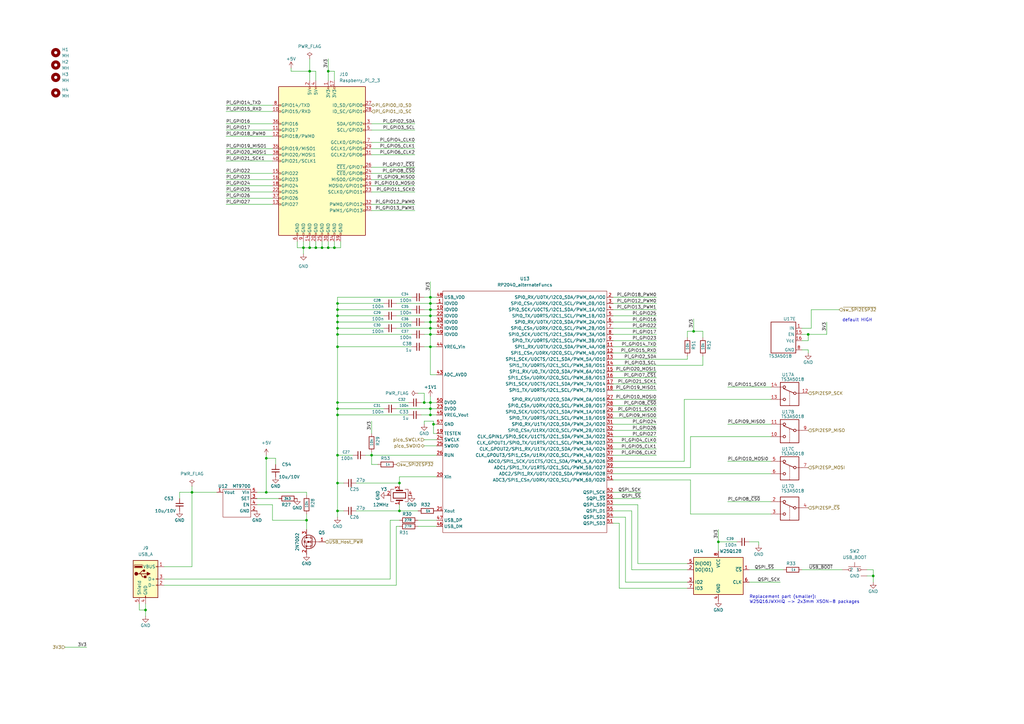
<source format=kicad_sch>
(kicad_sch (version 20211123) (generator eeschema)
  (paper "A3")
  (title_block (title "RasPi 40 pol header") (date "2022-06-07") (rev "3"))
  (junction (at 331.47 137.16))
  (junction (at 132.08 101.6))
  (junction (at 137.16 101.6))
  (junction (at 134.62 101.6))
  (junction (at 138.43 124.46))
  (junction (at 138.43 129.54))
  (junction (at 177.8 173.99))
  (junction (at 176.53 142.24))
  (junction (at 173.99 165.1))
  (junction (at 284.48 135.89))
  (junction (at 138.43 165.1))
  (junction (at 138.43 209.55))
  (junction (at 176.53 170.18))
  (junction (at 176.53 137.16))
  (junction (at 138.43 127))
  (junction (at 176.53 167.64))
  (junction (at 138.43 142.24))
  (junction (at 124.46 101.6))
  (junction (at 134.62 29.21))
  (junction (at 138.43 198.12))
  (junction (at 176.53 165.1))
  (junction (at 138.43 170.18))
  (junction (at 152.4 186.69))
  (junction (at 138.43 132.08))
  (junction (at 176.53 134.62))
  (junction (at 163.83 209.55))
  (junction (at 294.64 222.25))
  (junction (at 176.53 124.46))
  (junction (at 176.53 129.54))
  (junction (at 176.53 132.08))
  (junction (at 125.73 213.36))
  (junction (at 176.53 121.92))
  (junction (at 138.43 137.16))
  (junction (at 109.22 187.96))
  (junction (at 109.22 201.93))
  (junction (at 358.14 236.22))
  (junction (at 163.83 198.12))
  (junction (at 176.53 127))
  (junction (at 78.74 201.93))
  (junction (at 59.69 250.19))
  (junction (at 138.43 186.69))
  (junction (at 138.43 134.62))
  (junction (at 129.54 101.6))
  (junction (at 127 101.6))
  (junction (at 127 29.21))
  (junction (at 138.43 167.64))
  (wire (pts (xy 127 29.21) (xy 127 33.02)))
  (wire (pts (xy 251.46 127) (xy 269.24 127)))
  (wire (pts (xy 251.46 154.94) (xy 269.24 154.94)))
  (wire (pts (xy 92.71 45.72) (xy 111.76 45.72)))
  (wire (pts (xy 134.62 29.21) (xy 134.62 33.02)))
  (wire (pts (xy 138.43 137.16) (xy 168.91 137.16)))
  (wire (pts (xy 176.53 142.24) (xy 176.53 137.16)))
  (wire (pts (xy 251.46 157.48) (xy 269.24 157.48)))
  (wire (pts (xy 163.83 198.12) (xy 163.83 199.39)))
  (wire (pts (xy 138.43 165.1) (xy 138.43 167.64)))
  (wire (pts (xy 179.07 195.58) (xy 163.83 195.58)))
  (wire (pts (xy 251.46 163.83) (xy 269.24 163.83)))
  (wire (pts (xy 152.4 86.36) (xy 170.18 86.36)))
  (wire (pts (xy 152.4 78.74) (xy 170.18 78.74)))
  (wire (pts (xy 171.45 215.9) (xy 179.07 215.9)))
  (wire (pts (xy 251.46 139.7) (xy 269.24 139.7)))
  (wire (pts (xy 92.71 81.28) (xy 111.76 81.28)))
  (wire (pts (xy 57.15 247.65) (xy 57.15 250.19)))
  (wire (pts (xy 138.43 209.55) (xy 138.43 212.09)))
  (wire (pts (xy 254 214.63) (xy 254 241.3)))
  (wire (pts (xy 251.46 214.63) (xy 254 214.63)))
  (wire (pts (xy 339.09 132.08) (xy 339.09 137.16)))
  (wire (pts (xy 251.46 132.08) (xy 269.24 132.08)))
  (wire (pts (xy 138.43 121.92) (xy 138.43 124.46)))
  (wire (pts (xy 92.71 78.74) (xy 111.76 78.74)))
  (wire (pts (xy 283.21 179.07) (xy 283.21 191.77)))
  (wire (pts (xy 176.53 153.67) (xy 179.07 153.67)))
  (wire (pts (xy 251.46 171.45) (xy 269.24 171.45)))
  (wire (pts (xy 331.47 143.51) (xy 331.47 144.78)))
  (wire (pts (xy 152.4 63.5) (xy 170.18 63.5)))
  (wire (pts (xy 152.4 172.72) (xy 152.4 177.8)))
  (wire (pts (xy 176.53 129.54) (xy 179.07 129.54)))
  (wire (pts (xy 67.31 232.41) (xy 78.74 232.41)))
  (wire (pts (xy 256.54 238.76) (xy 256.54 212.09)))
  (wire (pts (xy 119.38 29.21) (xy 119.38 27.94)))
  (wire (pts (xy 173.99 182.88) (xy 179.07 182.88)))
  (wire (pts (xy 109.22 186.69) (xy 109.22 187.96)))
  (wire (pts (xy 59.69 250.19) (xy 59.69 252.73)))
  (wire (pts (xy 138.43 134.62) (xy 138.43 137.16)))
  (wire (pts (xy 138.43 129.54) (xy 157.48 129.54)))
  (wire (pts (xy 109.22 187.96) (xy 109.22 201.93)))
  (wire (pts (xy 281.94 233.68) (xy 259.08 233.68)))
  (wire (pts (xy 113.03 187.96) (xy 109.22 187.96)))
  (wire (pts (xy 129.54 99.06) (xy 129.54 101.6)))
  (wire (pts (xy 179.07 177.8) (xy 177.8 177.8)))
  (wire (pts (xy 173.99 142.24) (xy 176.53 142.24)))
  (wire (pts (xy 251.46 166.37) (xy 269.24 166.37)))
  (wire (pts (xy 127 29.21) (xy 129.54 29.21)))
  (wire (pts (xy 288.29 138.43) (xy 288.29 135.89)))
  (wire (pts (xy 140.97 198.12) (xy 138.43 198.12)))
  (wire (pts (xy 173.99 121.92) (xy 176.53 121.92)))
  (wire (pts (xy 138.43 167.64) (xy 138.43 170.18)))
  (wire (pts (xy 160.02 213.36) (xy 160.02 237.49)))
  (wire (pts (xy 307.34 233.68) (xy 321.31 233.68)))
  (wire (pts (xy 152.4 53.34) (xy 170.18 53.34)))
  (wire (pts (xy 328.93 233.68) (xy 345.44 233.68)))
  (wire (pts (xy 251.46 207.01) (xy 261.62 207.01)))
  (wire (pts (xy 173.99 161.29) (xy 173.99 165.1)))
  (wire (pts (xy 113.03 190.5) (xy 113.03 187.96)))
  (wire (pts (xy 114.3 204.47) (xy 105.41 204.47)))
  (wire (pts (xy 152.4 76.2) (xy 170.18 76.2)))
  (wire (pts (xy 307.34 238.76) (xy 320.04 238.76)))
  (wire (pts (xy 138.43 132.08) (xy 168.91 132.08)))
  (wire (pts (xy 138.43 198.12) (xy 138.43 209.55)))
  (wire (pts (xy 176.53 162.56) (xy 176.53 165.1)))
  (wire (pts (xy 121.92 101.6) (xy 124.46 101.6)))
  (wire (pts (xy 294.64 222.25) (xy 294.64 226.06)))
  (wire (pts (xy 176.53 132.08) (xy 176.53 129.54)))
  (wire (pts (xy 254 241.3) (xy 281.94 241.3)))
  (wire (pts (xy 251.46 124.46) (xy 269.24 124.46)))
  (wire (pts (xy 129.54 101.6) (xy 132.08 101.6)))
  (wire (pts (xy 177.8 173.99) (xy 179.07 173.99)))
  (wire (pts (xy 331.47 137.16) (xy 339.09 137.16)))
  (wire (pts (xy 152.4 50.8) (xy 170.18 50.8)))
  (wire (pts (xy 152.4 186.69) (xy 179.07 186.69)))
  (wire (pts (xy 152.4 73.66) (xy 170.18 73.66)))
  (wire (pts (xy 176.53 127) (xy 176.53 124.46)))
  (wire (pts (xy 251.46 176.53) (xy 269.24 176.53)))
  (wire (pts (xy 134.62 101.6) (xy 137.16 101.6)))
  (wire (pts (xy 163.83 209.55) (xy 163.83 207.01)))
  (wire (pts (xy 167.64 170.18) (xy 138.43 170.18)))
  (wire (pts (xy 138.43 127) (xy 138.43 129.54)))
  (wire (pts (xy 109.22 201.93) (xy 125.73 201.93)))
  (wire (pts (xy 139.7 101.6) (xy 139.7 99.06)))
  (wire (pts (xy 134.62 24.13) (xy 134.62 29.21)))
  (wire (pts (xy 176.53 167.64) (xy 176.53 170.18)))
  (wire (pts (xy 138.43 186.69) (xy 138.43 198.12)))
  (wire (pts (xy 138.43 129.54) (xy 138.43 132.08)))
  (wire (pts (xy 251.46 201.93) (xy 262.89 201.93)))
  (wire (pts (xy 259.08 209.55) (xy 259.08 233.68)))
  (wire (pts (xy 26.67 265.43) (xy 35.56 265.43)))
  (wire (pts (xy 152.4 190.5) (xy 152.4 186.69)))
  (wire (pts (xy 283.21 196.85) (xy 283.21 210.82)))
  (wire (pts (xy 173.99 173.99) (xy 173.99 172.72)))
  (wire (pts (xy 125.73 201.93) (xy 125.73 203.2)))
  (wire (pts (xy 176.53 129.54) (xy 176.53 127)))
  (wire (pts (xy 124.46 101.6) (xy 124.46 104.14)))
  (wire (pts (xy 251.46 134.62) (xy 269.24 134.62)))
  (wire (pts (xy 298.45 158.75) (xy 316.23 158.75)))
  (wire (pts (xy 92.71 53.34) (xy 111.76 53.34)))
  (wire (pts (xy 328.93 134.62) (xy 332.74 134.62)))
  (wire (pts (xy 176.53 134.62) (xy 179.07 134.62)))
  (wire (pts (xy 302.26 222.25) (xy 294.64 222.25)))
  (wire (pts (xy 173.99 137.16) (xy 176.53 137.16)))
  (wire (pts (xy 92.71 60.96) (xy 111.76 60.96)))
  (wire (pts (xy 251.46 147.32) (xy 281.94 147.32)))
  (wire (pts (xy 328.93 139.7) (xy 331.47 139.7)))
  (wire (pts (xy 355.6 233.68) (xy 358.14 233.68)))
  (wire (pts (xy 78.74 199.39) (xy 78.74 201.93)))
  (wire (pts (xy 92.71 73.66) (xy 111.76 73.66)))
  (wire (pts (xy 137.16 33.02) (xy 137.16 29.21)))
  (wire (pts (xy 294.64 217.17) (xy 294.64 222.25)))
  (wire (pts (xy 176.53 124.46) (xy 179.07 124.46)))
  (wire (pts (xy 152.4 68.58) (xy 170.18 68.58)))
  (wire (pts (xy 283.21 191.77) (xy 251.46 191.77)))
  (wire (pts (xy 162.56 129.54) (xy 176.53 129.54)))
  (wire (pts (xy 311.15 222.25) (xy 311.15 223.52)))
  (wire (pts (xy 176.53 134.62) (xy 176.53 132.08)))
  (wire (pts (xy 92.71 76.2) (xy 111.76 76.2)))
  (wire (pts (xy 129.54 29.21) (xy 129.54 33.02)))
  (wire (pts (xy 251.46 121.92) (xy 269.24 121.92)))
  (wire (pts (xy 146.05 209.55) (xy 163.83 209.55)))
  (wire (pts (xy 298.45 173.99) (xy 316.23 173.99)))
  (wire (pts (xy 162.56 134.62) (xy 176.53 134.62)))
  (wire (pts (xy 177.8 173.99) (xy 177.8 177.8)))
  (wire (pts (xy 154.94 190.5) (xy 152.4 190.5)))
  (wire (pts (xy 92.71 83.82) (xy 111.76 83.82)))
  (wire (pts (xy 280.67 189.23) (xy 251.46 189.23)))
  (wire (pts (xy 127 24.13) (xy 127 29.21)))
  (wire (pts (xy 73.66 201.93) (xy 73.66 204.47)))
  (wire (pts (xy 132.08 101.6) (xy 134.62 101.6)))
  (wire (pts (xy 283.21 179.07) (xy 316.23 179.07)))
  (wire (pts (xy 307.34 222.25) (xy 311.15 222.25)))
  (wire (pts (xy 137.16 29.21) (xy 134.62 29.21)))
  (wire (pts (xy 138.43 124.46) (xy 138.43 127)))
  (wire (pts (xy 134.62 99.06) (xy 134.62 101.6)))
  (wire (pts (xy 358.14 236.22) (xy 358.14 238.76)))
  (wire (pts (xy 176.53 165.1) (xy 176.53 167.64)))
  (wire (pts (xy 176.53 167.64) (xy 179.07 167.64)))
  (wire (pts (xy 176.53 121.92) (xy 176.53 124.46)))
  (wire (pts (xy 280.67 163.83) (xy 280.67 189.23)))
  (wire (pts (xy 125.73 213.36) (xy 111.76 213.36)))
  (wire (pts (xy 149.86 186.69) (xy 152.4 186.69)))
  (wire (pts (xy 288.29 135.89) (xy 284.48 135.89)))
  (wire (pts (xy 176.53 142.24) (xy 176.53 153.67)))
  (wire (pts (xy 251.46 196.85) (xy 283.21 196.85)))
  (wire (pts (xy 173.99 127) (xy 176.53 127)))
  (wire (pts (xy 172.72 170.18) (xy 176.53 170.18)))
  (wire (pts (xy 137.16 101.6) (xy 139.7 101.6)))
  (wire (pts (xy 251.46 181.61) (xy 269.24 181.61)))
  (wire (pts (xy 168.91 142.24) (xy 138.43 142.24)))
  (wire (pts (xy 179.07 142.24) (xy 176.53 142.24)))
  (wire (pts (xy 92.71 71.12) (xy 111.76 71.12)))
  (wire (pts (xy 119.38 29.21) (xy 127 29.21)))
  (wire (pts (xy 163.83 195.58) (xy 163.83 198.12)))
  (wire (pts (xy 251.46 179.07) (xy 269.24 179.07)))
  (wire (pts (xy 163.83 215.9) (xy 162.56 215.9)))
  (wire (pts (xy 92.71 63.5) (xy 111.76 63.5)))
  (wire (pts (xy 132.08 99.06) (xy 132.08 101.6)))
  (wire (pts (xy 137.16 99.06) (xy 137.16 101.6)))
  (wire (pts (xy 78.74 201.93) (xy 78.74 232.41)))
  (wire (pts (xy 163.83 209.55) (xy 171.45 209.55)))
  (wire (pts (xy 125.73 210.82) (xy 125.73 213.36)))
  (wire (pts (xy 92.71 50.8) (xy 111.76 50.8)))
  (wire (pts (xy 355.6 236.22) (xy 358.14 236.22)))
  (wire (pts (xy 173.99 165.1) (xy 176.53 165.1)))
  (wire (pts (xy 92.71 55.88) (xy 111.76 55.88)))
  (wire (pts (xy 344.17 127) (xy 332.74 127)))
  (wire (pts (xy 284.48 135.89) (xy 281.94 135.89)))
  (wire (pts (xy 78.74 201.93) (xy 88.9 201.93)))
  (wire (pts (xy 280.67 163.83) (xy 316.23 163.83)))
  (wire (pts (xy 170.18 71.12) (xy 152.4 71.12)))
  (wire (pts (xy 111.76 213.36) (xy 111.76 207.01)))
  (wire (pts (xy 251.46 160.02) (xy 269.24 160.02)))
  (wire (pts (xy 171.45 213.36) (xy 179.07 213.36)))
  (wire (pts (xy 328.93 143.51) (xy 331.47 143.51)))
  (wire (pts (xy 179.07 121.92) (xy 176.53 121.92)))
  (wire (pts (xy 251.46 142.24) (xy 269.24 142.24)))
  (wire (pts (xy 251.46 212.09) (xy 256.54 212.09)))
  (wire (pts (xy 162.56 167.64) (xy 176.53 167.64)))
  (wire (pts (xy 298.45 189.23) (xy 316.23 189.23)))
  (wire (pts (xy 284.48 130.81) (xy 284.48 135.89)))
  (wire (pts (xy 176.53 170.18) (xy 179.07 170.18)))
  (wire (pts (xy 138.43 127) (xy 168.91 127)))
  (wire (pts (xy 281.94 135.89) (xy 281.94 138.43)))
  (wire (pts (xy 288.29 149.86) (xy 288.29 146.05)))
  (wire (pts (xy 173.99 132.08) (xy 176.53 132.08)))
  (wire (pts (xy 124.46 99.06) (xy 124.46 101.6)))
  (wire (pts (xy 251.46 129.54) (xy 269.24 129.54)))
  (wire (pts (xy 92.71 43.18) (xy 111.76 43.18)))
  (wire (pts (xy 251.46 204.47) (xy 262.89 204.47)))
  (wire (pts (xy 168.91 121.92) (xy 138.43 121.92)))
  (wire (pts (xy 172.72 165.1) (xy 173.99 165.1)))
  (wire (pts (xy 162.56 124.46) (xy 176.53 124.46)))
  (wire (pts (xy 138.43 165.1) (xy 167.64 165.1)))
  (wire (pts (xy 127 99.06) (xy 127 101.6)))
  (wire (pts (xy 124.46 101.6) (xy 127 101.6)))
  (wire (pts (xy 283.21 210.82) (xy 316.23 210.82)))
  (wire (pts (xy 162.56 215.9) (xy 162.56 240.03)))
  (wire (pts (xy 176.53 137.16) (xy 176.53 134.62)))
  (wire (pts (xy 111.76 207.01) (xy 105.41 207.01)))
  (wire (pts (xy 251.46 152.4) (xy 269.24 152.4)))
  (wire (pts (xy 138.43 186.69) (xy 144.78 186.69)))
  (wire (pts (xy 251.46 173.99) (xy 269.24 173.99)))
  (wire (pts (xy 138.43 209.55) (xy 140.97 209.55)))
  (wire (pts (xy 59.69 247.65) (xy 59.69 250.19)))
  (wire (pts (xy 127 101.6) (xy 129.54 101.6)))
  (wire (pts (xy 171.45 161.29) (xy 173.99 161.29)))
  (wire (pts (xy 125.73 213.36) (xy 125.73 217.17)))
  (wire (pts (xy 176.53 115.57) (xy 176.53 121.92)))
  (wire (pts (xy 331.47 139.7) (xy 331.47 137.16)))
  (wire (pts (xy 146.05 198.12) (xy 163.83 198.12)))
  (wire (pts (xy 152.4 60.96) (xy 170.18 60.96)))
  (wire (pts (xy 176.53 132.08) (xy 179.07 132.08)))
  (wire (pts (xy 163.83 213.36) (xy 160.02 213.36)))
  (wire (pts (xy 176.53 165.1) (xy 179.07 165.1)))
  (wire (pts (xy 57.15 250.19) (xy 59.69 250.19)))
  (wire (pts (xy 251.46 186.69) (xy 269.24 186.69)))
  (wire (pts (xy 138.43 167.64) (xy 157.48 167.64)))
  (wire (pts (xy 138.43 132.08) (xy 138.43 134.62)))
  (wire (pts (xy 138.43 142.24) (xy 138.43 165.1)))
  (wire (pts (xy 261.62 231.14) (xy 261.62 207.01)))
  (wire (pts (xy 281.94 147.32) (xy 281.94 146.05)))
  (wire (pts (xy 152.4 58.42) (xy 170.18 58.42)))
  (wire (pts (xy 251.46 209.55) (xy 259.08 209.55)))
  (wire (pts (xy 251.46 144.78) (xy 269.24 144.78)))
  (wire (pts (xy 251.46 184.15) (xy 269.24 184.15)))
  (wire (pts (xy 138.43 124.46) (xy 157.48 124.46)))
  (wire (pts (xy 105.41 201.93) (xy 109.22 201.93)))
  (wire (pts (xy 78.74 201.93) (xy 73.66 201.93)))
  (wire (pts (xy 331.47 137.16) (xy 328.93 137.16)))
  (wire (pts (xy 121.92 99.06) (xy 121.92 101.6)))
  (wire (pts (xy 251.46 137.16) (xy 269.24 137.16)))
  (wire (pts (xy 251.46 194.31) (xy 316.23 194.31)))
  (wire (pts (xy 92.71 66.04) (xy 111.76 66.04)))
  (wire (pts (xy 138.43 170.18) (xy 138.43 186.69)))
  (wire (pts (xy 332.74 134.62) (xy 332.74 127)))
  (wire (pts (xy 358.14 233.68) (xy 358.14 236.22)))
  (wire (pts (xy 177.8 172.72) (xy 177.8 173.99)))
  (wire (pts (xy 251.46 168.91) (xy 269.24 168.91)))
  (wire (pts (xy 152.4 185.42) (xy 152.4 186.69)))
  (wire (pts (xy 251.46 149.86) (xy 288.29 149.86)))
  (wire (pts (xy 67.31 240.03) (xy 162.56 240.03)))
  (wire (pts (xy 173.99 180.34) (xy 179.07 180.34)))
  (wire (pts (xy 298.45 205.74) (xy 316.23 205.74)))
  (wire (pts (xy 152.4 83.82) (xy 170.18 83.82)))
  (wire (pts (xy 138.43 134.62) (xy 157.48 134.62)))
  (wire (pts (xy 173.99 172.72) (xy 177.8 172.72)))
  (wire (pts (xy 67.31 237.49) (xy 160.02 237.49)))
  (wire (pts (xy 138.43 137.16) (xy 138.43 142.24)))
  (wire (pts (xy 281.94 238.76) (xy 256.54 238.76)))
  (wire (pts (xy 281.94 231.14) (xy 261.62 231.14)))
  (wire (pts (xy 176.53 137.16) (xy 179.07 137.16)))
  (wire (pts (xy 176.53 127) (xy 179.07 127)))
  (text "Replacement part (smaller):\nW25Q16JWXHIQ -> 2x3mm XSON-8 packages" (at 307.34 247.65 0) (effects (font (size 1.27 1.27)) (justify left bottom)))
  (text "default HIGH" (at 345.44 132.08 0) (effects (font (size 1.27 1.27)) (justify left bottom)))
  (label "3V3" (at 35.56 265.43 180))
  (label "Pi_GPIO16" (at 269.24 132.08 180))
  (label "Pi_GPIO10_MOSI0" (at 170.18 76.2 180))
  (label "Pi_GPIO7_~{CS1}" (at 269.24 154.94 180))
  (label "QSPI_SCK" (at 320.04 238.76 180))
  (label "Pi_GPIO18_PWM0" (at 92.71 55.88 0))
  (label "Pi_GPIO27" (at 92.71 83.82 0))
  (label "QSPI_SCK" (at 262.89 201.93 180))
  (label "~{USB_BOOT}" (at 341.63 233.68 180))
  (label "Pi_GPIO14_TXD" (at 92.71 43.18 0))
  (label "Pi_GPIO22" (at 92.71 71.12 0))
  (label "Pi_GPIO19_MISO1" (at 92.71 60.96 0))
  (label "Pi_GPIO10_MOSI0" (at 298.45 189.23 0))
  (label "Pi_GPIO13_PWM1" (at 170.18 86.36 180))
  (label "Pi_GPIO24" (at 269.24 173.99 180))
  (label "Pi_GPIO15_RXD" (at 92.71 45.72 0))
  (label "Pi_GPIO26" (at 92.71 81.28 0))
  (label "QSPI_~{SS}" (at 317.5 233.68 180))
  (label "Pi_GPIO5_CLK1" (at 269.24 184.15 180))
  (label "Pi_GPIO20_MOSI1" (at 269.24 152.4 180))
  (label "Pi_GPIO16" (at 92.71 50.8 0))
  (label "Pi_GPIO13_PWM1" (at 269.24 127 180))
  (label "Pi_GPIO9_MISO0" (at 298.45 173.99 0))
  (label "Pi_GPIO3_SCL" (at 269.24 149.86 180))
  (label "Pi_GPIO9_MISO0" (at 170.18 73.66 180))
  (label "Pi_GPIO22" (at 269.24 134.62 180))
  (label "Pi_GPIO9_MISO0" (at 269.24 171.45 180))
  (label "3V3" (at 152.4 172.72 270))
  (label "Pi_GPIO15_RXD" (at 269.24 144.78 180))
  (label "Pi_GPIO4_CLK0" (at 269.24 181.61 180))
  (label "Pi_GPIO5_CLK1" (at 170.18 60.96 180))
  (label "Pi_GPIO2_SDA" (at 170.18 50.8 180))
  (label "Pi_GPIO8_~{CS0}" (at 170.18 71.12 180))
  (label "Pi_GPIO12_PWM0" (at 170.18 83.82 180))
  (label "Pi_GPIO3_SCL" (at 170.18 53.34 180))
  (label "Pi_GPIO11_SCK0" (at 269.24 168.91 180))
  (label "Pi_GPIO21_SCK1" (at 269.24 157.48 180))
  (label "3V3" (at 284.48 130.81 270))
  (label "Pi_GPIO23" (at 269.24 139.7 180))
  (label "Pi_GPIO8_~{CS0}" (at 269.24 166.37 180))
  (label "3V3" (at 176.53 115.57 270))
  (label "Pi_GPIO23" (at 92.71 73.66 0))
  (label "Pi_GPIO19_MISO1" (at 269.24 160.02 180))
  (label "Pi_GPIO7_~{CS1}" (at 170.18 68.58 180))
  (label "3V3" (at 294.64 217.17 270))
  (label "Pi_GPIO11_SCK0" (at 170.18 78.74 180))
  (label "Pi_GPIO12_PWM0" (at 269.24 124.46 180))
  (label "Pi_GPIO25" (at 92.71 78.74 0))
  (label "Pi_GPIO21_SCK1" (at 92.71 66.04 0))
  (label "Pi_GPIO8_~{CS0}" (at 298.45 205.74 0))
  (label "Pi_GPIO11_SCK0" (at 298.45 158.75 0))
  (label "Pi_GPIO25" (at 269.24 129.54 180))
  (label "Pi_GPIO18_PWM0" (at 269.24 121.92 180))
  (label "Pi_GPIO10_MOSI0" (at 269.24 163.83 180))
  (label "QSPI_~{SS}" (at 262.89 204.47 180))
  (label "3V3" (at 339.09 132.08 270))
  (label "Pi_GPIO20_MOSI1" (at 92.71 63.5 0))
  (label "Pi_GPIO17" (at 269.24 137.16 180))
  (label "Pi_GPIO27" (at 269.24 179.07 180))
  (label "Pi_GPIO26" (at 269.24 176.53 180))
  (label "Pi_GPIO6_CLK2" (at 269.24 186.69 180))
  (label "Pi_GPIO24" (at 92.71 76.2 0))
  (label "Pi_GPIO2_SDA" (at 269.24 147.32 180))
  (label "Pi_GPIO17" (at 92.71 53.34 0))
  (label "Pi_GPIO6_CLK2" (at 170.18 63.5 180))
  (label "Pi_GPIO14_TXD" (at 269.24 142.24 180))
  (label "3V3" (at 134.62 24.13 270))
  (label "Pi_GPIO4_CLK0" (at 170.18 58.42 180))
  (hierarchical_label "3V3" (shape input) (at 26.67 265.43 180))
  (hierarchical_label "Pi_GPIO1_ID_SC" (shape input) (at 152.4 45.72 0))
  (hierarchical_label "SPI2ESP_MISO" (shape input) (at 331.47 176.53 0))
  (hierarchical_label "~{USB_Host_PWR}" (shape input) (at 133.35 222.25 0))
  (hierarchical_label "pico_SWCLK" (shape input) (at 173.99 180.34 180))
  (hierarchical_label "pico_SWDIO" (shape bidirectional) (at 173.99 182.88 180))
  (hierarchical_label "~{sw_SPI2ESP32}" (shape input) (at 344.17 127 0))
  (hierarchical_label "SPI2ESP_SCK" (shape input) (at 331.47 161.29 0))
  (hierarchical_label "SPI2ESP_~{CS}" (shape input) (at 331.47 208.28 0))
  (hierarchical_label "Pi_GPIO0_ID_SD" (shape bidirectional) (at 152.4 43.18 0))
  (hierarchical_label "~{sw_SPI2ESP32}" (shape input) (at 162.56 190.5 0))
  (hierarchical_label "SPI2ESP_MOSI" (shape input) (at 331.47 191.77 0))
  (symbol (lib_id "power:GND") (at 358.14 238.76 0) (unit 1)
    (property "Reference" "#PWR079" (effects hide))
    (property "Value" "GND" (at 358.14 242.57 0))
  )
  (symbol (lib_id "power:GND") (at 121.92 204.47 0) (mirror y) (unit 1)
    (property "Reference" "#PWR064" (effects hide))
    (property "Value" "GND" (at 121.92 208.28 0))
  )
  (symbol (lib_id "Device:C_Small") (at 143.51 198.12 90) (unit 1)
    (property "Reference" "C25" (at 147.32 200.66 90) (effects (justify left)))
    (property "Value" "27p" (at 149.86 196.85 90) (effects (justify left)))
    (property "Footprint" "Capacitor_SMD:C_0603_1608Metric" (effects hide))
    (property "MfgNo" "CL10C270JB8NNNC" (effects hide))
    (property "price@1" "0.003" (effects hide))
    (property "price@reel" "0.002" (effects hide))
    (property "JCLPCB" "C1656" (effects hide))
  )
  (symbol (lib_id "Mechanical:MountingHole") (at 22.86 21.59 0) (unit 1)
    (property "Reference" "H1" (at 25.4 20.3199 0) (effects (justify left)))
    (property "Value" "MH" (at 25.4 22.8599 0) (effects (justify left)))
    (property "Footprint" "mdc_footprints:MountingHole_M3_3.2mm" (effects hide))
    (property "MfgNo" "DNP" (effects hide))
    (property "JCLPCB" "DNP" (effects hide))
  )
  (symbol (lib_id "Device:R") (at 175.26 209.55 90) (unit 1)
    (property "Reference" "R32" (at 176.53 207.01 90) (effects (justify left)))
    (property "Value" "1k" (at 176.53 209.55 90) (effects (font (size 1 1)) (justify left)))
    (property "Footprint" "Resistor_SMD:R_0603_1608Metric" (effects hide))
    (property "MfgNo" "0603WAF1001T5E" (effects hide))
    (property "price@1" "0.003" (effects hide))
    (property "price@reel" "0.002" (effects hide))
    (property "JCLPCB" "C21190" (effects hide))
  )
  (symbol (lib_id "Device:R") (at 167.64 213.36 90) (unit 1)
    (property "Reference" "R30" (at 168.91 210.82 90) (effects (justify left)))
    (property "Value" "27R" (at 168.91 213.36 90) (effects (font (size 1 1)) (justify left)))
    (property "Footprint" "Resistor_SMD:R_0603_1608Metric" (effects hide))
    (property "MfgNo" "0603WAF270JT5E" (effects hide))
    (property "price@1" "0.003" (effects hide))
    (property "price@reel" "0.002" (effects hide))
    (property "JCLPCB" "C25190" (effects hide))
  )
  (symbol (lib_id "power:+1V1") (at 176.53 162.56 0) (unit 1)
    (property "Reference" "#PWR072" (effects hide))
    (property "Value" "+1V1" (at 176.53 158.75 0))
  )
  (symbol (lib_id "Device:R") (at 325.12 233.68 90) (unit 1)
    (property "Reference" "R33" (at 326.39 231.14 90) (effects (justify left)))
    (property "Value" "1k" (at 326.39 233.68 90) (effects (font (size 1 1)) (justify left)))
    (property "Footprint" "Resistor_SMD:R_0603_1608Metric" (effects hide))
    (property "MfgNo" "0603WAF1001T5E" (effects hide))
    (property "price@1" "0.003" (effects hide))
    (property "price@reel" "0.002" (effects hide))
    (property "JCLPCB" "C21190" (effects hide))
  )
  (symbol (lib_id "MDC:SW_PUSH_GND") (at 350.52 233.68 0) (mirror y) (unit 1)
    (property "Reference" "SW2" (at 350.52 226.06 0))
    (property "Value" "USB_BOOT" (at 350.52 228.6 0))
    (property "Footprint" "mdc_footprints:Btn_TC-1109DE-C-F" (effects hide))
    (property "MfgNo" "TC-1109DE-C-H" (effects hide))
    (property "price@1" "0.04" (effects hide))
    (property "price@reel" "0.03" (effects hide))
    (property "JCLPCB" "C400335" (effects hide))
  )
  (symbol (lib_id "MDC:TS3A5018PW") (at 323.85 204.47 0) (mirror y) (unit 4)
    (property "Reference" "U17" (at 323.215 199.39 0))
    (property "Value" "TS3A5018" (at 325.12 201.295 0))
    (property "Footprint" "mdc_footprints:UQFN-16_1.8x2.6_P0.4mm" (effects hide))
    (property "MfgNo" "TS3A5018RSVR" (effects hide))
    (property "price@1" "0.84" (effects hide))
    (property "price@reel" "0.60" (effects hide))
    (property "JCLPCB" "C201641" (effects hide))
  )
  (symbol (lib_id "Device:C_Small") (at 160.02 124.46 90) (unit 1)
    (property "Reference" "C28" (at 156.21 123.19 90) (effects (font (size 1 1)) (justify left)))
    (property "Value" "100n" (at 157.48 125.73 90) (effects (justify left)))
    (property "Footprint" "Capacitor_SMD:C_0603_1608Metric" (effects hide))
    (property "MfgNo" "CC0603KRX7R9BB104" (effects hide))
    (property "price@1" "0.003" (effects hide))
    (property "price@reel" "0.002" (effects hide))
    (property "JCLPCB" "C14663" (effects hide))
  )
  (symbol (lib_id "Device:Crystal_GND24") (at 163.83 203.2 90) (unit 1)
    (property "Reference" "Y3" (at 157.48 200.66 90))
    (property "Value" "12MHz" (at 156.21 207.01 90))
    (property "Footprint" "Crystal:Crystal_SMD_2520-4Pin_2.5x2.0mm" (effects hide))
    (property "MfgNo" "S22120001210120" (effects hide))
    (property "price@1" "0.14" (effects hide))
    (property "price@reel" "0.09" (effects hide))
    (property "JCLPCB" "C479184" (effects hide))
  )
  (symbol (lib_id "Device:C_Small") (at 73.66 207.01 0) (unit 1)
    (property "Reference" "C53" (at 67.31 204.47 0) (effects (justify left)))
    (property "Value" "10u/10V" (at 63.5 209.55 0) (effects (justify left)))
    (property "Footprint" "Capacitor_SMD:C_0603_1608Metric" (effects hide))
    (property "MfgNo" "CL10A106KP8NNNC" (effects hide))
    (property "price@1" "0.007" (effects hide))
    (property "price@reel" "0.005" (effects hide))
    (property "JCLPCB" "C19702" (effects hide))
  )
  (symbol (lib_id "Device:C_Small") (at 171.45 132.08 90) (unit 1)
    (property "Reference" "C36" (at 167.64 130.81 90) (effects (font (size 1 1)) (justify left)))
    (property "Value" "100n" (at 168.91 133.35 90) (effects (justify left)))
    (property "Footprint" "Capacitor_SMD:C_0603_1608Metric" (effects hide))
    (property "MfgNo" "CC0603KRX7R9BB104" (effects hide))
    (property "price@1" "0.003" (effects hide))
    (property "price@reel" "0.002" (effects hide))
    (property "JCLPCB" "C14663" (effects hide))
  )
  (symbol (lib_id "power:GND") (at 124.46 104.14 0) (unit 1)
    (property "Reference" "#PWR074" (effects hide))
    (property "Value" "GND" (at 124.46 109.22 0))
  )
  (symbol (lib_id "power:GND") (at 113.03 195.58 0) (mirror y) (unit 1)
    (property "Reference" "#PWR088" (effects hide))
    (property "Value" "GND" (at 113.03 199.39 0))
  )
  (symbol (lib_id "power:GND") (at 158.75 203.2 270) (unit 1)
    (property "Reference" "#PWR068" (effects hide))
    (property "Value" "GND" (at 154.94 203.2 0))
  )
  (symbol (lib_id "MDC:TS3A5018PW") (at 322.58 134.62 0) (mirror y) (unit 5)
    (property "Reference" "U17" (at 323.85 130.81 0))
    (property "Value" "TS3A5018" (at 320.04 146.05 0))
    (property "Footprint" "mdc_footprints:UQFN-16_1.8x2.6_P0.4mm" (effects hide))
    (property "MfgNo" "TS3A5018RSVR" (effects hide))
    (property "price@1" "0.84" (effects hide))
    (property "price@reel" "0.60" (effects hide))
    (property "JCLPCB" "C201641" (effects hide))
  )
  (symbol (lib_id "power:GND") (at 73.66 209.55 0) (mirror y) (unit 1)
    (property "Reference" "#PWR086" (effects hide))
    (property "Value" "GND" (at 73.66 213.36 0))
  )
  (symbol (lib_id "power:+5V") (at 109.22 186.69 0) (unit 1)
    (property "Reference" "#PWR063" (effects hide))
    (property "Value" "+5V" (at 109.22 181.61 0))
  )
  (symbol (lib_id "MDC:RP2040_alternateFuncs") (at 214.63 163.83 0) (unit 1)
    (property "Reference" "U13" (at 215.265 114.3 0))
    (property "Value" "RP2040_alternateFuncs" (at 215.265 116.84 0))
    (property "Footprint" "mdc_footprints:QFN56_ThermalVias_0.3" (effects hide))
    (property "MfgNo" "RP2040" (effects hide))
    (property "price@1" "1.35" (effects hide))
    (property "price@reel" "0.95" (effects hide))
    (property "JCLPCB" "C2040" (effects hide))
  )
  (symbol (lib_id "Device:R") (at 288.29 142.24 0) (unit 1)
    (property "Reference" "R52" (at 290.83 143.51 90) (effects (justify left)))
    (property "Value" "10k" (at 288.29 143.51 90) (effects (font (size 1 1)) (justify left)))
    (property "Footprint" "Resistor_SMD:R_0603_1608Metric" (effects hide))
    (property "MfgNo" "0603WAF1002T5E" (effects hide))
    (property "price@1" "0.003" (effects hide))
    (property "price@reel" "0.002" (effects hide))
    (property "JCLPCB" "C25804" (effects hide))
  )
  (symbol (lib_id "Mechanical:MountingHole") (at 22.86 31.75 0) (unit 1)
    (property "Reference" "H3" (at 25.4 30.4799 0) (effects (justify left)))
    (property "Value" "MH" (at 25.4 33.0199 0) (effects (justify left)))
    (property "Footprint" "mdc_footprints:MountingHole_M3_3.2mm" (effects hide))
    (property "MfgNo" "DNP" (effects hide))
    (property "JCLPCB" "DNP" (effects hide))
  )
  (symbol (lib_id "power:PWR_FLAG") (at 171.45 161.29 90) (unit 1)
    (property "Reference" "#FLG0109" (effects hide))
    (property "Value" "PWR_FLAG" (at 167.64 161.2899 90) (effects (justify left)))
  )
  (symbol (lib_id "Transistor_FET:2N7002") (at 128.27 222.25 0) (mirror y) (unit 1)
    (property "Reference" "Q5" (at 133.35 218.44 0) (effects (justify left)))
    (property "Value" "2N7002" (at 121.92 226.06 90) (effects (justify left)))
    (property "Footprint" "Package_TO_SOT_SMD:SOT-23" (effects hide))
    (property "Datasheet" "https://www.onsemi.com/pub/Collateral/NDS7002A-D.PDF" (effects hide))
    (property "MfgNo" "2N7002" (effects hide))
    (property "price@1" "0.03" (effects hide))
    (property "price@reel" "0.02" (effects hide))
    (property "JCLPCB" "C8545" (effects hide))
  )
  (symbol (lib_id "MDC:TS3A5018PW") (at 323.85 173.99 0) (mirror y) (unit 2)
    (property "Reference" "U17" (at 323.215 168.91 0))
    (property "Value" "TS3A5018" (at 325.12 170.815 0))
    (property "Footprint" "mdc_footprints:UQFN-16_1.8x2.6_P0.4mm" (effects hide))
    (property "MfgNo" "TS3A5018RSVR" (effects hide))
    (property "price@1" "0.84" (effects hide))
    (property "price@reel" "0.60" (effects hide))
    (property "JCLPCB" "C201641" (effects hide))
  )
  (symbol (lib_id "Device:C_Small") (at 171.45 142.24 90) (unit 1)
    (property "Reference" "C38" (at 168.91 140.97 90) (effects (justify left)))
    (property "Value" "1u" (at 168.91 143.51 90) (effects (justify left)))
    (property "Footprint" "Capacitor_SMD:C_0603_1608Metric" (effects hide))
    (property "MfgNo" "CL10A105KB8NNNC" (effects hide))
    (property "price@1" "0.006" (effects hide))
    (property "price@reel" "0.004" (effects hide))
    (property "JCLPCB" "C15849" (effects hide))
  )
  (symbol (lib_id "Device:R") (at 158.75 190.5 90) (unit 1)
    (property "Reference" "R53" (at 160.02 187.96 90) (effects (justify left)))
    (property "Value" "1k" (at 160.02 190.5 90) (effects (font (size 1 1)) (justify left)))
    (property "Footprint" "Resistor_SMD:R_0603_1608Metric" (effects hide))
    (property "MfgNo" "0603WAF1001T5E" (effects hide))
    (property "price@1" "0.003" (effects hide))
    (property "price@reel" "0.002" (effects hide))
    (property "JCLPCB" "C21190" (effects hide))
  )
  (symbol (lib_id "power:GND") (at 168.91 203.2 0) (unit 1)
    (property "Reference" "#PWR069" (effects hide))
    (property "Value" "GND" (at 168.91 207.01 0))
  )
  (symbol (lib_id "Device:R") (at 118.11 204.47 90) (mirror x) (unit 1)
    (property "Reference" "R27" (at 119.38 207.01 90) (effects (justify left)))
    (property "Value" "3k3" (at 119.38 204.47 90) (effects (font (size 1 1)) (justify left)))
    (property "Footprint" "Resistor_SMD:R_0603_1608Metric" (effects hide))
    (property "MfgNo" "0603WAF3301T5E" (effects hide))
    (property "price@1" "0.003" (effects hide))
    (property "price@reel" "0.002" (effects hide))
    (property "JCLPCB" "C22978" (effects hide))
  )
  (symbol (lib_id "MDC:MT9700") (at 97.79 201.93 0) (mirror y) (unit 1)
    (property "Reference" "U12" (at 91.44 199.39 0))
    (property "Value" "MT9700" (at 99.06 199.39 0))
    (property "Footprint" "Package_TO_SOT_SMD:SOT-23-5" (effects hide))
    (property "MfgNo" "MT9700" (effects hide))
    (property "price@1" "0.11" (effects hide))
    (property "price@reel" "0.07" (effects hide))
    (property "JCLPCB" "C89855" (effects hide))
  )
  (symbol (lib_id "Mechanical:MountingHole") (at 22.86 26.67 0) (unit 1)
    (property "Reference" "H2" (at 25.4 25.3999 0) (effects (justify left)))
    (property "Value" "MH" (at 25.4 27.9399 0) (effects (justify left)))
    (property "Footprint" "mdc_footprints:MountingHole_M3_3.2mm" (effects hide))
    (property "MfgNo" "DNP" (effects hide))
    (property "JCLPCB" "DNP" (effects hide))
  )
  (symbol (lib_id "power:GND") (at 294.64 246.38 0) (unit 1)
    (property "Reference" "#PWR077" (effects hide))
    (property "Value" "GND" (at 294.64 250.19 0))
  )
  (symbol (lib_id "Device:C_Small") (at 170.18 170.18 90) (unit 1)
    (property "Reference" "C33" (at 167.64 168.91 90) (effects (justify left)))
    (property "Value" "1u" (at 167.64 171.45 90) (effects (justify left)))
    (property "Footprint" "Capacitor_SMD:C_0603_1608Metric" (effects hide))
    (property "MfgNo" "CL10A105KB8NNNC" (effects hide))
    (property "price@1" "0.006" (effects hide))
    (property "price@reel" "0.004" (effects hide))
    (property "JCLPCB" "C15849" (effects hide))
  )
  (symbol (lib_id "power:PWR_FLAG") (at 78.74 199.39 0) (unit 1)
    (property "Reference" "#FLG0110" (effects hide))
    (property "Value" "PWR_FLAG" (at 78.74 194.31 0))
  )
  (symbol (lib_id "Connector:Raspberry_Pi_2_3") (at 132.08 66.04 0) (unit 1)
    (property "Reference" "J10" (at 139.1794 30.48 0) (effects (justify left)))
    (property "Value" "Raspberry_Pi_2_3" (at 139.1794 33.02 0) (effects (justify left)))
    (property "Footprint" "Connector_PinHeader_2.54mm:PinHeader_2x20_P2.54mm_Vertical" (effects hide))
    (property "Datasheet" "https://www.raspberrypi.org/documentation/hardware/raspberrypi/schematics/rpi_SCH_3bplus_1p0_reduced.pdf" (effects hide))
    (property "MfgNo" "B-2100S40P-B110" (effects hide))
    (property "price@1" "0.27" (effects hide))
    (property "price@reel" "0.19" (effects hide))
    (property "JCLPCB" "C124383" (effects hide))
  )
  (symbol (lib_id "Device:R") (at 152.4 181.61 0) (unit 1)
    (property "Reference" "R29" (at 154.94 182.88 90) (effects (justify left)))
    (property "Value" "10k" (at 152.4 182.88 90) (effects (font (size 1 1)) (justify left)))
    (property "Footprint" "Resistor_SMD:R_0603_1608Metric" (effects hide))
    (property "MfgNo" "0603WAF1002T5E" (effects hide))
    (property "price@1" "0.003" (effects hide))
    (property "price@reel" "0.002" (effects hide))
    (property "JCLPCB" "C25804" (effects hide))
  )
  (symbol (lib_id "Device:C_Small") (at 113.03 193.04 0) (unit 1)
    (property "Reference" "C54" (at 115.57 190.5 0) (effects (justify left)))
    (property "Value" "10u/10V" (at 114.3 195.58 0) (effects (justify left)))
    (property "Footprint" "Capacitor_SMD:C_0603_1608Metric" (effects hide))
    (property "MfgNo" "CL10A106KP8NNNC" (effects hide))
    (property "price@1" "0.007" (effects hide))
    (property "price@reel" "0.005" (effects hide))
    (property "JCLPCB" "C19702" (effects hide))
  )
  (symbol (lib_id "Device:C_Small") (at 160.02 129.54 90) (unit 1)
    (property "Reference" "C29" (at 156.21 128.27 90) (effects (font (size 1 1)) (justify left)))
    (property "Value" "100n" (at 157.48 130.81 90) (effects (justify left)))
    (property "Footprint" "Capacitor_SMD:C_0603_1608Metric" (effects hide))
    (property "MfgNo" "CC0603KRX7R9BB104" (effects hide))
    (property "price@1" "0.003" (effects hide))
    (property "price@reel" "0.002" (effects hide))
    (property "JCLPCB" "C14663" (effects hide))
  )
  (symbol (lib_id "Device:C_Small") (at 171.45 121.92 90) (unit 1)
    (property "Reference" "C34" (at 167.64 120.65 90) (effects (font (size 1 1)) (justify left)))
    (property "Value" "100n" (at 168.91 123.19 90) (effects (justify left)))
    (property "Footprint" "Capacitor_SMD:C_0603_1608Metric" (effects hide))
    (property "MfgNo" "CC0603KRX7R9BB104" (effects hide))
    (property "price@1" "0.003" (effects hide))
    (property "price@reel" "0.002" (effects hide))
    (property "JCLPCB" "C14663" (effects hide))
  )
  (symbol (lib_id "Device:C_Small") (at 171.45 137.16 90) (unit 1)
    (property "Reference" "C37" (at 167.64 135.89 90) (effects (font (size 1 1)) (justify left)))
    (property "Value" "100n" (at 168.91 138.43 90) (effects (justify left)))
    (property "Footprint" "Capacitor_SMD:C_0603_1608Metric" (effects hide))
    (property "MfgNo" "CC0603KRX7R9BB104" (effects hide))
    (property "price@1" "0.003" (effects hide))
    (property "price@reel" "0.002" (effects hide))
    (property "JCLPCB" "C14663" (effects hide))
  )
  (symbol (lib_id "power:GND") (at 105.41 209.55 0) (mirror y) (unit 1)
    (property "Reference" "#PWR062" (effects hide))
    (property "Value" "GND" (at 105.41 213.36 0))
  )
  (symbol (lib_id "Connector:USB_A") (at 59.69 237.49 0) (unit 1)
    (property "Reference" "J9" (at 59.69 224.79 0))
    (property "Value" "USB_A" (at 59.69 227.33 0))
    (property "Footprint" "mdc_footprints:USB_A_C26235" (effects hide))
    (property "Datasheet" " ~" (effects hide))
    (property "MfgNo" "C26235" (effects hide))
    (property "price@1" "0.2" (effects hide))
    (property "price@reel" "0.14" (effects hide))
    (property "JCLPCB" "C26235" (effects hide))
  )
  (symbol (lib_id "power:+5V") (at 119.38 27.94 0) (unit 1)
    (property "Reference" "#PWR073" (effects hide))
    (property "Value" "+5V" (at 119.38 24.13 0))
  )
  (symbol (lib_id "Memory_Flash:W25Q32JVSS") (at 294.64 236.22 0) (mirror y) (unit 1)
    (property "Reference" "U14" (at 284.48 226.06 0) (effects (justify right)))
    (property "Value" "W25Q128" (at 295.1606 226.06 0) (effects (justify right)))
    (property "Footprint" "mdc_footprints:SOIC8_5.23x5.23mm_P1.27mm_mdc" (effects hide))
    (property "Datasheet" "http://www.winbond.com/resource-files/w25q32jv%20revg%2003272018%20plus.pdf" (effects hide))
    (property "MfgNo" "W25Q128JVSIQ" (effects hide))
    (property "price@1" "1.05" (effects hide))
    (property "price@reel" "0.72" (effects hide))
    (property "JCLPCB" "C97521" (effects hide))
  )
  (symbol (lib_id "Device:C_Small") (at 143.51 209.55 90) (unit 1)
    (property "Reference" "C26" (at 147.32 212.09 90) (effects (justify left)))
    (property "Value" "27p" (at 149.86 208.28 90) (effects (justify left)))
    (property "Footprint" "Capacitor_SMD:C_0603_1608Metric" (effects hide))
    (property "MfgNo" "CL10C270JB8NNNC" (effects hide))
    (property "price@1" "0.003" (effects hide))
    (property "price@reel" "0.002" (effects hide))
    (property "JCLPCB" "C1656" (effects hide))
  )
  (symbol (lib_id "Device:C_Small") (at 160.02 167.64 90) (unit 1)
    (property "Reference" "C31" (at 156.21 166.37 90) (effects (font (size 1 1)) (justify left)))
    (property "Value" "100n" (at 157.48 168.91 90) (effects (justify left)))
    (property "Footprint" "Capacitor_SMD:C_0603_1608Metric" (effects hide))
    (property "MfgNo" "CC0603KRX7R9BB104" (effects hide))
    (property "price@1" "0.003" (effects hide))
    (property "price@reel" "0.002" (effects hide))
    (property "JCLPCB" "C14663" (effects hide))
  )
  (symbol (lib_id "MDC:TS3A5018PW") (at 323.85 158.75 0) (mirror y) (unit 1)
    (property "Reference" "U17" (at 323.215 153.67 0))
    (property "Value" "TS3A5018" (at 325.12 155.575 0))
    (property "Footprint" "mdc_footprints:UQFN-16_1.8x2.6_P0.4mm" (effects hide))
    (property "MfgNo" "TS3A5018RSVR" (effects hide))
    (property "price@1" "0.84" (effects hide))
    (property "price@reel" "0.60" (effects hide))
    (property "JCLPCB" "C201641" (effects hide))
  )
  (symbol (lib_id "Device:R") (at 125.73 207.01 0) (unit 1)
    (property "Reference" "R28" (at 128.27 208.28 90) (effects (justify left)))
    (property "Value" "10k" (at 125.73 208.28 90) (effects (font (size 1 1)) (justify left)))
    (property "Footprint" "Resistor_SMD:R_0603_1608Metric" (effects hide))
    (property "MfgNo" "0603WAF1002T5E" (effects hide))
    (property "price@1" "0.003" (effects hide))
    (property "price@reel" "0.002" (effects hide))
    (property "JCLPCB" "C25804" (effects hide))
  )
  (symbol (lib_id "power:GND") (at 311.15 223.52 0) (unit 1)
    (property "Reference" "#PWR078" (effects hide))
    (property "Value" "GND" (at 311.15 227.33 0))
  )
  (symbol (lib_id "power:GND") (at 59.69 252.73 0) (unit 1)
    (property "Reference" "#PWR061" (effects hide))
    (property "Value" "GND" (at 59.69 256.54 0))
  )
  (symbol (lib_id "Device:C_Small") (at 147.32 186.69 90) (unit 1)
    (property "Reference" "C27" (at 143.51 185.42 90) (effects (font (size 1 1)) (justify left)))
    (property "Value" "100n" (at 144.78 187.96 90) (effects (justify left)))
    (property "Footprint" "Capacitor_SMD:C_0603_1608Metric" (effects hide))
    (property "MfgNo" "CC0603KRX7R9BB104" (effects hide))
    (property "price@1" "0.003" (effects hide))
    (property "price@reel" "0.002" (effects hide))
    (property "JCLPCB" "C14663" (effects hide))
  )
  (symbol (lib_id "power:GND") (at 173.99 173.99 0) (unit 1)
    (property "Reference" "#PWR070" (effects hide))
    (property "Value" "GND" (at 173.99 177.8 0))
  )
  (symbol (lib_id "Mechanical:MountingHole") (at 22.86 38.1 0) (unit 1)
    (property "Reference" "H4" (at 25.4 36.8299 0) (effects (justify left)))
    (property "Value" "MH" (at 25.4 39.3699 0) (effects (justify left)))
    (property "Footprint" "mdc_footprints:MountingHole_M3_3.2mm" (effects hide))
    (property "MfgNo" "DNP" (effects hide))
    (property "JCLPCB" "DNP" (effects hide))
  )
  (symbol (lib_id "MDC:TS3A5018PW") (at 323.85 189.23 0) (mirror y) (unit 3)
    (property "Reference" "U17" (at 323.215 184.15 0))
    (property "Value" "TS3A5018" (at 325.12 186.055 0))
    (property "Footprint" "mdc_footprints:UQFN-16_1.8x2.6_P0.4mm" (effects hide))
    (property "MfgNo" "TS3A5018RSVR" (effects hide))
    (property "price@1" "0.84" (effects hide))
    (property "price@reel" "0.60" (effects hide))
    (property "JCLPCB" "C201641" (effects hide))
  )
  (symbol (lib_id "Device:C_Small") (at 171.45 127 90) (unit 1)
    (property "Reference" "C35" (at 167.64 125.73 90) (effects (font (size 1 1)) (justify left)))
    (property "Value" "100n" (at 168.91 128.27 90) (effects (justify left)))
    (property "Footprint" "Capacitor_SMD:C_0603_1608Metric" (effects hide))
    (property "MfgNo" "CC0603KRX7R9BB104" (effects hide))
    (property "price@1" "0.003" (effects hide))
    (property "price@reel" "0.002" (effects hide))
    (property "JCLPCB" "C14663" (effects hide))
  )
  (symbol (lib_id "Device:C_Small") (at 304.8 222.25 90) (unit 1)
    (property "Reference" "C39" (at 300.99 220.98 90) (effects (font (size 1 1)) (justify left)))
    (property "Value" "100n" (at 302.26 223.52 90) (effects (justify left)))
    (property "Footprint" "Capacitor_SMD:C_0603_1608Metric" (effects hide))
    (property "MfgNo" "CC0603KRX7R9BB104" (effects hide))
    (property "price@1" "0.003" (effects hide))
    (property "price@reel" "0.002" (effects hide))
    (property "JCLPCB" "C14663" (effects hide))
  )
  (symbol (lib_id "power:GND") (at 138.43 212.09 0) (unit 1)
    (property "Reference" "#PWR066" (effects hide))
    (property "Value" "GND" (at 138.43 215.9 0))
  )
  (symbol (lib_id "power:GND") (at 125.73 227.33 0) (unit 1)
    (property "Reference" "#PWR065" (effects hide))
    (property "Value" "GND" (at 125.73 231.14 0))
  )
  (symbol (lib_id "Device:C_Small") (at 170.18 165.1 90) (unit 1)
    (property "Reference" "C32" (at 166.37 163.83 90) (effects (font (size 1 1)) (justify left)))
    (property "Value" "100n" (at 167.64 166.37 90) (effects (font (size 1 1)) (justify left)))
    (property "Footprint" "Capacitor_SMD:C_0603_1608Metric" (effects hide))
    (property "MfgNo" "CC0603KRX7R9BB104" (effects hide))
    (property "price@1" "0.003" (effects hide))
    (property "price@reel" "0.002" (effects hide))
    (property "JCLPCB" "C14663" (effects hide))
  )
  (symbol (lib_id "power:PWR_FLAG") (at 127 24.13 0) (unit 1)
    (property "Reference" "#FLG0108" (effects hide))
    (property "Value" "PWR_FLAG" (at 127 19.05 0))
  )
  (symbol (lib_id "Device:C_Small") (at 160.02 134.62 90) (unit 1)
    (property "Reference" "C30" (at 156.21 133.35 90) (effects (font (size 1 1)) (justify left)))
    (property "Value" "100n" (at 157.48 135.89 90) (effects (justify left)))
    (property "Footprint" "Capacitor_SMD:C_0603_1608Metric" (effects hide))
    (property "MfgNo" "CC0603KRX7R9BB104" (effects hide))
    (property "price@1" "0.003" (effects hide))
    (property "price@reel" "0.002" (effects hide))
    (property "JCLPCB" "C14663" (effects hide))
  )
  (symbol (lib_id "Device:R") (at 167.64 215.9 90) (unit 1)
    (property "Reference" "R31" (at 167.64 218.44 90) (effects (justify left)))
    (property "Value" "27R" (at 168.91 215.9 90) (effects (font (size 1 1)) (justify left)))
    (property "Footprint" "Resistor_SMD:R_0603_1608Metric" (effects hide))
    (property "MfgNo" "0603WAF270JT5E" (effects hide))
    (property "price@1" "0.003" (effects hide))
    (property "price@reel" "0.002" (effects hide))
    (property "JCLPCB" "C25190" (effects hide))
  )
  (symbol (lib_id "power:GND") (at 331.47 144.78 0) (mirror y) (unit 1)
    (property "Reference" "#PWR0114" (effects hide))
    (property "Value" "GND" (at 331.47 148.59 0))
  )
  (symbol (lib_id "Device:R") (at 281.94 142.24 0) (unit 1)
    (property "Reference" "R51" (at 284.48 143.51 90) (effects (justify left)))
    (property "Value" "10k" (at 281.94 143.51 90) (effects (font (size 1 1)) (justify left)))
    (property "Footprint" "Resistor_SMD:R_0603_1608Metric" (effects hide))
    (property "MfgNo" "0603WAF1002T5E" (effects hide))
    (property "price@1" "0.003" (effects hide))
    (property "price@reel" "0.002" (effects hide))
    (property "JCLPCB" "C25804" (effects hide))
  )
)
</source>
